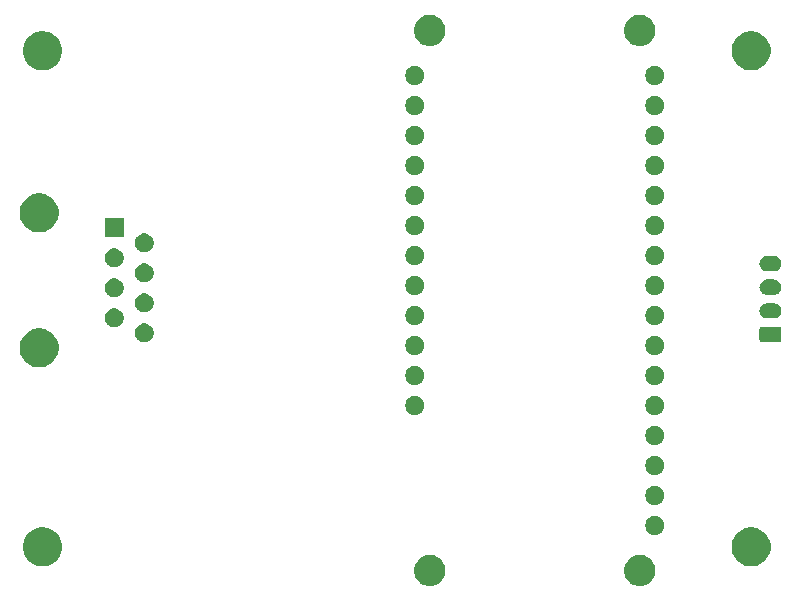
<source format=gbr>
G04 #@! TF.GenerationSoftware,KiCad,Pcbnew,(5.1.5)-3*
G04 #@! TF.CreationDate,2020-05-19T22:12:29-06:00*
G04 #@! TF.ProjectId,GarageDoorOpener,47617261-6765-4446-9f6f-724f70656e65,1b*
G04 #@! TF.SameCoordinates,Original*
G04 #@! TF.FileFunction,Soldermask,Bot*
G04 #@! TF.FilePolarity,Negative*
%FSLAX46Y46*%
G04 Gerber Fmt 4.6, Leading zero omitted, Abs format (unit mm)*
G04 Created by KiCad (PCBNEW (5.1.5)-3) date 2020-05-19 22:12:29*
%MOMM*%
%LPD*%
G04 APERTURE LIST*
%ADD10C,0.100000*%
G04 APERTURE END LIST*
D10*
G36*
X153826114Y-115087182D02*
G01*
X153953722Y-115112565D01*
X154073169Y-115162042D01*
X154194127Y-115212144D01*
X154194128Y-115212145D01*
X154410489Y-115356712D01*
X154594488Y-115540711D01*
X154675808Y-115662416D01*
X154739056Y-115757073D01*
X154774688Y-115843097D01*
X154838635Y-115997478D01*
X154889400Y-116252693D01*
X154889400Y-116512907D01*
X154838635Y-116768122D01*
X154780303Y-116908948D01*
X154739056Y-117008527D01*
X154739055Y-117008528D01*
X154594488Y-117224889D01*
X154410489Y-117408888D01*
X154265921Y-117505485D01*
X154194127Y-117553456D01*
X154094548Y-117594703D01*
X153953722Y-117653035D01*
X153826114Y-117678418D01*
X153698509Y-117703800D01*
X153438291Y-117703800D01*
X153310686Y-117678418D01*
X153183078Y-117653035D01*
X153042252Y-117594703D01*
X152942673Y-117553456D01*
X152870879Y-117505485D01*
X152726311Y-117408888D01*
X152542312Y-117224889D01*
X152397745Y-117008528D01*
X152397744Y-117008527D01*
X152356497Y-116908948D01*
X152298165Y-116768122D01*
X152247400Y-116512907D01*
X152247400Y-116252693D01*
X152298165Y-115997478D01*
X152362112Y-115843097D01*
X152397744Y-115757073D01*
X152460992Y-115662416D01*
X152542312Y-115540711D01*
X152726311Y-115356712D01*
X152942672Y-115212145D01*
X152942673Y-115212144D01*
X153063631Y-115162042D01*
X153183078Y-115112565D01*
X153310686Y-115087182D01*
X153438291Y-115061800D01*
X153698509Y-115061800D01*
X153826114Y-115087182D01*
G37*
G36*
X136046114Y-115087182D02*
G01*
X136173722Y-115112565D01*
X136293169Y-115162042D01*
X136414127Y-115212144D01*
X136414128Y-115212145D01*
X136630489Y-115356712D01*
X136814488Y-115540711D01*
X136895808Y-115662416D01*
X136959056Y-115757073D01*
X136994688Y-115843097D01*
X137058635Y-115997478D01*
X137109400Y-116252693D01*
X137109400Y-116512907D01*
X137058635Y-116768122D01*
X137000303Y-116908948D01*
X136959056Y-117008527D01*
X136959055Y-117008528D01*
X136814488Y-117224889D01*
X136630489Y-117408888D01*
X136485921Y-117505485D01*
X136414127Y-117553456D01*
X136314548Y-117594703D01*
X136173722Y-117653035D01*
X136046114Y-117678418D01*
X135918509Y-117703800D01*
X135658291Y-117703800D01*
X135530686Y-117678418D01*
X135403078Y-117653035D01*
X135262252Y-117594703D01*
X135162673Y-117553456D01*
X135090879Y-117505485D01*
X134946311Y-117408888D01*
X134762312Y-117224889D01*
X134617745Y-117008528D01*
X134617744Y-117008527D01*
X134576497Y-116908948D01*
X134518165Y-116768122D01*
X134467400Y-116512907D01*
X134467400Y-116252693D01*
X134518165Y-115997478D01*
X134582112Y-115843097D01*
X134617744Y-115757073D01*
X134680992Y-115662416D01*
X134762312Y-115540711D01*
X134946311Y-115356712D01*
X135162672Y-115212145D01*
X135162673Y-115212144D01*
X135283631Y-115162042D01*
X135403078Y-115112565D01*
X135530686Y-115087182D01*
X135658291Y-115061800D01*
X135918509Y-115061800D01*
X136046114Y-115087182D01*
G37*
G36*
X103375256Y-112771298D02*
G01*
X103481579Y-112792447D01*
X103782042Y-112916903D01*
X104052451Y-113097585D01*
X104282415Y-113327549D01*
X104463097Y-113597958D01*
X104587553Y-113898421D01*
X104651000Y-114217391D01*
X104651000Y-114542609D01*
X104587553Y-114861579D01*
X104463097Y-115162042D01*
X104282415Y-115432451D01*
X104052451Y-115662415D01*
X103782042Y-115843097D01*
X103481579Y-115967553D01*
X103375256Y-115988702D01*
X103162611Y-116031000D01*
X102837389Y-116031000D01*
X102624744Y-115988702D01*
X102518421Y-115967553D01*
X102217958Y-115843097D01*
X101947549Y-115662415D01*
X101717585Y-115432451D01*
X101536903Y-115162042D01*
X101412447Y-114861579D01*
X101349000Y-114542609D01*
X101349000Y-114217391D01*
X101412447Y-113898421D01*
X101536903Y-113597958D01*
X101717585Y-113327549D01*
X101947549Y-113097585D01*
X102217958Y-112916903D01*
X102518421Y-112792447D01*
X102624744Y-112771298D01*
X102837389Y-112729000D01*
X103162611Y-112729000D01*
X103375256Y-112771298D01*
G37*
G36*
X163375256Y-112771298D02*
G01*
X163481579Y-112792447D01*
X163782042Y-112916903D01*
X164052451Y-113097585D01*
X164282415Y-113327549D01*
X164463097Y-113597958D01*
X164587553Y-113898421D01*
X164651000Y-114217391D01*
X164651000Y-114542609D01*
X164587553Y-114861579D01*
X164463097Y-115162042D01*
X164282415Y-115432451D01*
X164052451Y-115662415D01*
X163782042Y-115843097D01*
X163481579Y-115967553D01*
X163375256Y-115988702D01*
X163162611Y-116031000D01*
X162837389Y-116031000D01*
X162624744Y-115988702D01*
X162518421Y-115967553D01*
X162217958Y-115843097D01*
X161947549Y-115662415D01*
X161717585Y-115432451D01*
X161536903Y-115162042D01*
X161412447Y-114861579D01*
X161349000Y-114542609D01*
X161349000Y-114217391D01*
X161412447Y-113898421D01*
X161536903Y-113597958D01*
X161717585Y-113327549D01*
X161947549Y-113097585D01*
X162217958Y-112916903D01*
X162518421Y-112792447D01*
X162624744Y-112771298D01*
X162837389Y-112729000D01*
X163162611Y-112729000D01*
X163375256Y-112771298D01*
G37*
G36*
X155072042Y-111802581D02*
G01*
X155217814Y-111862962D01*
X155217816Y-111862963D01*
X155349008Y-111950622D01*
X155460578Y-112062192D01*
X155548237Y-112193384D01*
X155548238Y-112193386D01*
X155608619Y-112339158D01*
X155639400Y-112493907D01*
X155639400Y-112651693D01*
X155608619Y-112806442D01*
X155562865Y-112916902D01*
X155548237Y-112952216D01*
X155460578Y-113083408D01*
X155349008Y-113194978D01*
X155217816Y-113282637D01*
X155217815Y-113282638D01*
X155217814Y-113282638D01*
X155072042Y-113343019D01*
X154917293Y-113373800D01*
X154759507Y-113373800D01*
X154604758Y-113343019D01*
X154458986Y-113282638D01*
X154458985Y-113282638D01*
X154458984Y-113282637D01*
X154327792Y-113194978D01*
X154216222Y-113083408D01*
X154128563Y-112952216D01*
X154113935Y-112916902D01*
X154068181Y-112806442D01*
X154037400Y-112651693D01*
X154037400Y-112493907D01*
X154068181Y-112339158D01*
X154128562Y-112193386D01*
X154128563Y-112193384D01*
X154216222Y-112062192D01*
X154327792Y-111950622D01*
X154458984Y-111862963D01*
X154458986Y-111862962D01*
X154604758Y-111802581D01*
X154759507Y-111771800D01*
X154917293Y-111771800D01*
X155072042Y-111802581D01*
G37*
G36*
X155072042Y-109262581D02*
G01*
X155217814Y-109322962D01*
X155217816Y-109322963D01*
X155349008Y-109410622D01*
X155460578Y-109522192D01*
X155548237Y-109653384D01*
X155548238Y-109653386D01*
X155608619Y-109799158D01*
X155639400Y-109953907D01*
X155639400Y-110111693D01*
X155608619Y-110266442D01*
X155548238Y-110412214D01*
X155548237Y-110412216D01*
X155460578Y-110543408D01*
X155349008Y-110654978D01*
X155217816Y-110742637D01*
X155217815Y-110742638D01*
X155217814Y-110742638D01*
X155072042Y-110803019D01*
X154917293Y-110833800D01*
X154759507Y-110833800D01*
X154604758Y-110803019D01*
X154458986Y-110742638D01*
X154458985Y-110742638D01*
X154458984Y-110742637D01*
X154327792Y-110654978D01*
X154216222Y-110543408D01*
X154128563Y-110412216D01*
X154128562Y-110412214D01*
X154068181Y-110266442D01*
X154037400Y-110111693D01*
X154037400Y-109953907D01*
X154068181Y-109799158D01*
X154128562Y-109653386D01*
X154128563Y-109653384D01*
X154216222Y-109522192D01*
X154327792Y-109410622D01*
X154458984Y-109322963D01*
X154458986Y-109322962D01*
X154604758Y-109262581D01*
X154759507Y-109231800D01*
X154917293Y-109231800D01*
X155072042Y-109262581D01*
G37*
G36*
X155072042Y-106722581D02*
G01*
X155217814Y-106782962D01*
X155217816Y-106782963D01*
X155349008Y-106870622D01*
X155460578Y-106982192D01*
X155548237Y-107113384D01*
X155548238Y-107113386D01*
X155608619Y-107259158D01*
X155639400Y-107413907D01*
X155639400Y-107571693D01*
X155608619Y-107726442D01*
X155548238Y-107872214D01*
X155548237Y-107872216D01*
X155460578Y-108003408D01*
X155349008Y-108114978D01*
X155217816Y-108202637D01*
X155217815Y-108202638D01*
X155217814Y-108202638D01*
X155072042Y-108263019D01*
X154917293Y-108293800D01*
X154759507Y-108293800D01*
X154604758Y-108263019D01*
X154458986Y-108202638D01*
X154458985Y-108202638D01*
X154458984Y-108202637D01*
X154327792Y-108114978D01*
X154216222Y-108003408D01*
X154128563Y-107872216D01*
X154128562Y-107872214D01*
X154068181Y-107726442D01*
X154037400Y-107571693D01*
X154037400Y-107413907D01*
X154068181Y-107259158D01*
X154128562Y-107113386D01*
X154128563Y-107113384D01*
X154216222Y-106982192D01*
X154327792Y-106870622D01*
X154458984Y-106782963D01*
X154458986Y-106782962D01*
X154604758Y-106722581D01*
X154759507Y-106691800D01*
X154917293Y-106691800D01*
X155072042Y-106722581D01*
G37*
G36*
X155072042Y-104182581D02*
G01*
X155217814Y-104242962D01*
X155217816Y-104242963D01*
X155349008Y-104330622D01*
X155460578Y-104442192D01*
X155548237Y-104573384D01*
X155548238Y-104573386D01*
X155608619Y-104719158D01*
X155639400Y-104873907D01*
X155639400Y-105031693D01*
X155608619Y-105186442D01*
X155548238Y-105332214D01*
X155548237Y-105332216D01*
X155460578Y-105463408D01*
X155349008Y-105574978D01*
X155217816Y-105662637D01*
X155217815Y-105662638D01*
X155217814Y-105662638D01*
X155072042Y-105723019D01*
X154917293Y-105753800D01*
X154759507Y-105753800D01*
X154604758Y-105723019D01*
X154458986Y-105662638D01*
X154458985Y-105662638D01*
X154458984Y-105662637D01*
X154327792Y-105574978D01*
X154216222Y-105463408D01*
X154128563Y-105332216D01*
X154128562Y-105332214D01*
X154068181Y-105186442D01*
X154037400Y-105031693D01*
X154037400Y-104873907D01*
X154068181Y-104719158D01*
X154128562Y-104573386D01*
X154128563Y-104573384D01*
X154216222Y-104442192D01*
X154327792Y-104330622D01*
X154458984Y-104242963D01*
X154458986Y-104242962D01*
X154604758Y-104182581D01*
X154759507Y-104151800D01*
X154917293Y-104151800D01*
X155072042Y-104182581D01*
G37*
G36*
X155072042Y-101642581D02*
G01*
X155217814Y-101702962D01*
X155217816Y-101702963D01*
X155349008Y-101790622D01*
X155460578Y-101902192D01*
X155548237Y-102033384D01*
X155548238Y-102033386D01*
X155608619Y-102179158D01*
X155639400Y-102333907D01*
X155639400Y-102491693D01*
X155608619Y-102646442D01*
X155548238Y-102792214D01*
X155548237Y-102792216D01*
X155460578Y-102923408D01*
X155349008Y-103034978D01*
X155217816Y-103122637D01*
X155217815Y-103122638D01*
X155217814Y-103122638D01*
X155072042Y-103183019D01*
X154917293Y-103213800D01*
X154759507Y-103213800D01*
X154604758Y-103183019D01*
X154458986Y-103122638D01*
X154458985Y-103122638D01*
X154458984Y-103122637D01*
X154327792Y-103034978D01*
X154216222Y-102923408D01*
X154128563Y-102792216D01*
X154128562Y-102792214D01*
X154068181Y-102646442D01*
X154037400Y-102491693D01*
X154037400Y-102333907D01*
X154068181Y-102179158D01*
X154128562Y-102033386D01*
X154128563Y-102033384D01*
X154216222Y-101902192D01*
X154327792Y-101790622D01*
X154458984Y-101702963D01*
X154458986Y-101702962D01*
X154604758Y-101642581D01*
X154759507Y-101611800D01*
X154917293Y-101611800D01*
X155072042Y-101642581D01*
G37*
G36*
X134752042Y-101642581D02*
G01*
X134897814Y-101702962D01*
X134897816Y-101702963D01*
X135029008Y-101790622D01*
X135140578Y-101902192D01*
X135228237Y-102033384D01*
X135228238Y-102033386D01*
X135288619Y-102179158D01*
X135319400Y-102333907D01*
X135319400Y-102491693D01*
X135288619Y-102646442D01*
X135228238Y-102792214D01*
X135228237Y-102792216D01*
X135140578Y-102923408D01*
X135029008Y-103034978D01*
X134897816Y-103122637D01*
X134897815Y-103122638D01*
X134897814Y-103122638D01*
X134752042Y-103183019D01*
X134597293Y-103213800D01*
X134439507Y-103213800D01*
X134284758Y-103183019D01*
X134138986Y-103122638D01*
X134138985Y-103122638D01*
X134138984Y-103122637D01*
X134007792Y-103034978D01*
X133896222Y-102923408D01*
X133808563Y-102792216D01*
X133808562Y-102792214D01*
X133748181Y-102646442D01*
X133717400Y-102491693D01*
X133717400Y-102333907D01*
X133748181Y-102179158D01*
X133808562Y-102033386D01*
X133808563Y-102033384D01*
X133896222Y-101902192D01*
X134007792Y-101790622D01*
X134138984Y-101702963D01*
X134138986Y-101702962D01*
X134284758Y-101642581D01*
X134439507Y-101611800D01*
X134597293Y-101611800D01*
X134752042Y-101642581D01*
G37*
G36*
X155072042Y-99102581D02*
G01*
X155217814Y-99162962D01*
X155217816Y-99162963D01*
X155349008Y-99250622D01*
X155460578Y-99362192D01*
X155548237Y-99493384D01*
X155548238Y-99493386D01*
X155608619Y-99639158D01*
X155639400Y-99793907D01*
X155639400Y-99951693D01*
X155608619Y-100106442D01*
X155548238Y-100252214D01*
X155548237Y-100252216D01*
X155460578Y-100383408D01*
X155349008Y-100494978D01*
X155217816Y-100582637D01*
X155217815Y-100582638D01*
X155217814Y-100582638D01*
X155072042Y-100643019D01*
X154917293Y-100673800D01*
X154759507Y-100673800D01*
X154604758Y-100643019D01*
X154458986Y-100582638D01*
X154458985Y-100582638D01*
X154458984Y-100582637D01*
X154327792Y-100494978D01*
X154216222Y-100383408D01*
X154128563Y-100252216D01*
X154128562Y-100252214D01*
X154068181Y-100106442D01*
X154037400Y-99951693D01*
X154037400Y-99793907D01*
X154068181Y-99639158D01*
X154128562Y-99493386D01*
X154128563Y-99493384D01*
X154216222Y-99362192D01*
X154327792Y-99250622D01*
X154458984Y-99162963D01*
X154458986Y-99162962D01*
X154604758Y-99102581D01*
X154759507Y-99071800D01*
X154917293Y-99071800D01*
X155072042Y-99102581D01*
G37*
G36*
X134752042Y-99102581D02*
G01*
X134897814Y-99162962D01*
X134897816Y-99162963D01*
X135029008Y-99250622D01*
X135140578Y-99362192D01*
X135228237Y-99493384D01*
X135228238Y-99493386D01*
X135288619Y-99639158D01*
X135319400Y-99793907D01*
X135319400Y-99951693D01*
X135288619Y-100106442D01*
X135228238Y-100252214D01*
X135228237Y-100252216D01*
X135140578Y-100383408D01*
X135029008Y-100494978D01*
X134897816Y-100582637D01*
X134897815Y-100582638D01*
X134897814Y-100582638D01*
X134752042Y-100643019D01*
X134597293Y-100673800D01*
X134439507Y-100673800D01*
X134284758Y-100643019D01*
X134138986Y-100582638D01*
X134138985Y-100582638D01*
X134138984Y-100582637D01*
X134007792Y-100494978D01*
X133896222Y-100383408D01*
X133808563Y-100252216D01*
X133808562Y-100252214D01*
X133748181Y-100106442D01*
X133717400Y-99951693D01*
X133717400Y-99793907D01*
X133748181Y-99639158D01*
X133808562Y-99493386D01*
X133808563Y-99493384D01*
X133896222Y-99362192D01*
X134007792Y-99250622D01*
X134138984Y-99162963D01*
X134138986Y-99162962D01*
X134284758Y-99102581D01*
X134439507Y-99071800D01*
X134597293Y-99071800D01*
X134752042Y-99102581D01*
G37*
G36*
X103105256Y-95931298D02*
G01*
X103211579Y-95952447D01*
X103512042Y-96076903D01*
X103782451Y-96257585D01*
X104012415Y-96487549D01*
X104102895Y-96622962D01*
X104193098Y-96757960D01*
X104202479Y-96780607D01*
X104311580Y-97044000D01*
X104317553Y-97058422D01*
X104381000Y-97377389D01*
X104381000Y-97702611D01*
X104338702Y-97915256D01*
X104317553Y-98021579D01*
X104193097Y-98322042D01*
X104012415Y-98592451D01*
X103782451Y-98822415D01*
X103512042Y-99003097D01*
X103211579Y-99127553D01*
X103105256Y-99148702D01*
X102892611Y-99191000D01*
X102567389Y-99191000D01*
X102354744Y-99148702D01*
X102248421Y-99127553D01*
X101947958Y-99003097D01*
X101677549Y-98822415D01*
X101447585Y-98592451D01*
X101266903Y-98322042D01*
X101142447Y-98021579D01*
X101121298Y-97915256D01*
X101079000Y-97702611D01*
X101079000Y-97377389D01*
X101142447Y-97058422D01*
X101148421Y-97044000D01*
X101257521Y-96780607D01*
X101266902Y-96757960D01*
X101357105Y-96622962D01*
X101447585Y-96487549D01*
X101677549Y-96257585D01*
X101947958Y-96076903D01*
X102248421Y-95952447D01*
X102354744Y-95931298D01*
X102567389Y-95889000D01*
X102892611Y-95889000D01*
X103105256Y-95931298D01*
G37*
G36*
X155072042Y-96562581D02*
G01*
X155217814Y-96622962D01*
X155217816Y-96622963D01*
X155349008Y-96710622D01*
X155460578Y-96822192D01*
X155526824Y-96921337D01*
X155548238Y-96953386D01*
X155608619Y-97099158D01*
X155639400Y-97253907D01*
X155639400Y-97411693D01*
X155608619Y-97566442D01*
X155552216Y-97702611D01*
X155548237Y-97712216D01*
X155460578Y-97843408D01*
X155349008Y-97954978D01*
X155217816Y-98042637D01*
X155217815Y-98042638D01*
X155217814Y-98042638D01*
X155072042Y-98103019D01*
X154917293Y-98133800D01*
X154759507Y-98133800D01*
X154604758Y-98103019D01*
X154458986Y-98042638D01*
X154458985Y-98042638D01*
X154458984Y-98042637D01*
X154327792Y-97954978D01*
X154216222Y-97843408D01*
X154128563Y-97712216D01*
X154124584Y-97702611D01*
X154068181Y-97566442D01*
X154037400Y-97411693D01*
X154037400Y-97253907D01*
X154068181Y-97099158D01*
X154128562Y-96953386D01*
X154149976Y-96921337D01*
X154216222Y-96822192D01*
X154327792Y-96710622D01*
X154458984Y-96622963D01*
X154458986Y-96622962D01*
X154604758Y-96562581D01*
X154759507Y-96531800D01*
X154917293Y-96531800D01*
X155072042Y-96562581D01*
G37*
G36*
X134752042Y-96562581D02*
G01*
X134897814Y-96622962D01*
X134897816Y-96622963D01*
X135029008Y-96710622D01*
X135140578Y-96822192D01*
X135206824Y-96921337D01*
X135228238Y-96953386D01*
X135288619Y-97099158D01*
X135319400Y-97253907D01*
X135319400Y-97411693D01*
X135288619Y-97566442D01*
X135232216Y-97702611D01*
X135228237Y-97712216D01*
X135140578Y-97843408D01*
X135029008Y-97954978D01*
X134897816Y-98042637D01*
X134897815Y-98042638D01*
X134897814Y-98042638D01*
X134752042Y-98103019D01*
X134597293Y-98133800D01*
X134439507Y-98133800D01*
X134284758Y-98103019D01*
X134138986Y-98042638D01*
X134138985Y-98042638D01*
X134138984Y-98042637D01*
X134007792Y-97954978D01*
X133896222Y-97843408D01*
X133808563Y-97712216D01*
X133804584Y-97702611D01*
X133748181Y-97566442D01*
X133717400Y-97411693D01*
X133717400Y-97253907D01*
X133748181Y-97099158D01*
X133808562Y-96953386D01*
X133829976Y-96921337D01*
X133896222Y-96822192D01*
X134007792Y-96710622D01*
X134138984Y-96622963D01*
X134138986Y-96622962D01*
X134284758Y-96562581D01*
X134439507Y-96531800D01*
X134597293Y-96531800D01*
X134752042Y-96562581D01*
G37*
G36*
X111853642Y-95499781D02*
G01*
X111999414Y-95560162D01*
X111999416Y-95560163D01*
X112130608Y-95647822D01*
X112242178Y-95759392D01*
X112329837Y-95890584D01*
X112329838Y-95890586D01*
X112390219Y-96036358D01*
X112421000Y-96191107D01*
X112421000Y-96348893D01*
X112390219Y-96503642D01*
X112365805Y-96562582D01*
X112329837Y-96649416D01*
X112242178Y-96780608D01*
X112130608Y-96892178D01*
X111999416Y-96979837D01*
X111999415Y-96979838D01*
X111999414Y-96979838D01*
X111853642Y-97040219D01*
X111698893Y-97071000D01*
X111541107Y-97071000D01*
X111386358Y-97040219D01*
X111240586Y-96979838D01*
X111240585Y-96979838D01*
X111240584Y-96979837D01*
X111109392Y-96892178D01*
X110997822Y-96780608D01*
X110910163Y-96649416D01*
X110874195Y-96562582D01*
X110849781Y-96503642D01*
X110819000Y-96348893D01*
X110819000Y-96191107D01*
X110849781Y-96036358D01*
X110910162Y-95890586D01*
X110910163Y-95890584D01*
X110997822Y-95759392D01*
X111109392Y-95647822D01*
X111240584Y-95560163D01*
X111240586Y-95560162D01*
X111386358Y-95499781D01*
X111541107Y-95469000D01*
X111698893Y-95469000D01*
X111853642Y-95499781D01*
G37*
G36*
X165409042Y-95746404D02*
G01*
X165446137Y-95757657D01*
X165480315Y-95775925D01*
X165510281Y-95800519D01*
X165534875Y-95830485D01*
X165553143Y-95864663D01*
X165564396Y-95901758D01*
X165568800Y-95946474D01*
X165568800Y-96839526D01*
X165564396Y-96884242D01*
X165553143Y-96921337D01*
X165534875Y-96955515D01*
X165510281Y-96985481D01*
X165480315Y-97010075D01*
X165446137Y-97028343D01*
X165409042Y-97039596D01*
X165364326Y-97044000D01*
X163921274Y-97044000D01*
X163876558Y-97039596D01*
X163839463Y-97028343D01*
X163805285Y-97010075D01*
X163775319Y-96985481D01*
X163750725Y-96955515D01*
X163732457Y-96921337D01*
X163721204Y-96884242D01*
X163716800Y-96839526D01*
X163716800Y-95946474D01*
X163721204Y-95901758D01*
X163732457Y-95864663D01*
X163750725Y-95830485D01*
X163775319Y-95800519D01*
X163805285Y-95775925D01*
X163839463Y-95757657D01*
X163876558Y-95746404D01*
X163921274Y-95742000D01*
X165364326Y-95742000D01*
X165409042Y-95746404D01*
G37*
G36*
X109313642Y-94229781D02*
G01*
X109440175Y-94282193D01*
X109459416Y-94290163D01*
X109590608Y-94377822D01*
X109702178Y-94489392D01*
X109789837Y-94620584D01*
X109789838Y-94620586D01*
X109850219Y-94766358D01*
X109881000Y-94921107D01*
X109881000Y-95078893D01*
X109850219Y-95233642D01*
X109789838Y-95379414D01*
X109789837Y-95379416D01*
X109702178Y-95510608D01*
X109590608Y-95622178D01*
X109459416Y-95709837D01*
X109459415Y-95709838D01*
X109459414Y-95709838D01*
X109313642Y-95770219D01*
X109158893Y-95801000D01*
X109001107Y-95801000D01*
X108846358Y-95770219D01*
X108700586Y-95709838D01*
X108700585Y-95709838D01*
X108700584Y-95709837D01*
X108569392Y-95622178D01*
X108457822Y-95510608D01*
X108370163Y-95379416D01*
X108370162Y-95379414D01*
X108309781Y-95233642D01*
X108279000Y-95078893D01*
X108279000Y-94921107D01*
X108309781Y-94766358D01*
X108370162Y-94620586D01*
X108370163Y-94620584D01*
X108457822Y-94489392D01*
X108569392Y-94377822D01*
X108700584Y-94290163D01*
X108719825Y-94282193D01*
X108846358Y-94229781D01*
X109001107Y-94199000D01*
X109158893Y-94199000D01*
X109313642Y-94229781D01*
G37*
G36*
X155072042Y-94022581D02*
G01*
X155217814Y-94082962D01*
X155217816Y-94082963D01*
X155349008Y-94170622D01*
X155460578Y-94282192D01*
X155524475Y-94377822D01*
X155548238Y-94413386D01*
X155608619Y-94559158D01*
X155639400Y-94713907D01*
X155639400Y-94871693D01*
X155608619Y-95026442D01*
X155605248Y-95034580D01*
X155548237Y-95172216D01*
X155460578Y-95303408D01*
X155349008Y-95414978D01*
X155217816Y-95502637D01*
X155217815Y-95502638D01*
X155217814Y-95502638D01*
X155072042Y-95563019D01*
X154917293Y-95593800D01*
X154759507Y-95593800D01*
X154604758Y-95563019D01*
X154458986Y-95502638D01*
X154458985Y-95502638D01*
X154458984Y-95502637D01*
X154327792Y-95414978D01*
X154216222Y-95303408D01*
X154128563Y-95172216D01*
X154071552Y-95034580D01*
X154068181Y-95026442D01*
X154037400Y-94871693D01*
X154037400Y-94713907D01*
X154068181Y-94559158D01*
X154128562Y-94413386D01*
X154152325Y-94377822D01*
X154216222Y-94282192D01*
X154327792Y-94170622D01*
X154458984Y-94082963D01*
X154458986Y-94082962D01*
X154604758Y-94022581D01*
X154759507Y-93991800D01*
X154917293Y-93991800D01*
X155072042Y-94022581D01*
G37*
G36*
X134752042Y-94022581D02*
G01*
X134897814Y-94082962D01*
X134897816Y-94082963D01*
X135029008Y-94170622D01*
X135140578Y-94282192D01*
X135204475Y-94377822D01*
X135228238Y-94413386D01*
X135288619Y-94559158D01*
X135319400Y-94713907D01*
X135319400Y-94871693D01*
X135288619Y-95026442D01*
X135285248Y-95034580D01*
X135228237Y-95172216D01*
X135140578Y-95303408D01*
X135029008Y-95414978D01*
X134897816Y-95502637D01*
X134897815Y-95502638D01*
X134897814Y-95502638D01*
X134752042Y-95563019D01*
X134597293Y-95593800D01*
X134439507Y-95593800D01*
X134284758Y-95563019D01*
X134138986Y-95502638D01*
X134138985Y-95502638D01*
X134138984Y-95502637D01*
X134007792Y-95414978D01*
X133896222Y-95303408D01*
X133808563Y-95172216D01*
X133751552Y-95034580D01*
X133748181Y-95026442D01*
X133717400Y-94871693D01*
X133717400Y-94713907D01*
X133748181Y-94559158D01*
X133808562Y-94413386D01*
X133832325Y-94377822D01*
X133896222Y-94282192D01*
X134007792Y-94170622D01*
X134138984Y-94082963D01*
X134138986Y-94082962D01*
X134284758Y-94022581D01*
X134439507Y-93991800D01*
X134597293Y-93991800D01*
X134752042Y-94022581D01*
G37*
G36*
X164981655Y-93745140D02*
G01*
X165045418Y-93751420D01*
X165136204Y-93778960D01*
X165168136Y-93788646D01*
X165281225Y-93849094D01*
X165380354Y-93930446D01*
X165461706Y-94029575D01*
X165522154Y-94142664D01*
X165522155Y-94142668D01*
X165559380Y-94265382D01*
X165571949Y-94393000D01*
X165559380Y-94520618D01*
X165547689Y-94559157D01*
X165522154Y-94643336D01*
X165461706Y-94756425D01*
X165380354Y-94855554D01*
X165281225Y-94936906D01*
X165168136Y-94997354D01*
X165136204Y-95007040D01*
X165045418Y-95034580D01*
X164981655Y-95040860D01*
X164949774Y-95044000D01*
X164335826Y-95044000D01*
X164303945Y-95040860D01*
X164240182Y-95034580D01*
X164149396Y-95007040D01*
X164117464Y-94997354D01*
X164004375Y-94936906D01*
X163905246Y-94855554D01*
X163823894Y-94756425D01*
X163763446Y-94643336D01*
X163737911Y-94559157D01*
X163726220Y-94520618D01*
X163713651Y-94393000D01*
X163726220Y-94265382D01*
X163763445Y-94142668D01*
X163763446Y-94142664D01*
X163823894Y-94029575D01*
X163905246Y-93930446D01*
X164004375Y-93849094D01*
X164117464Y-93788646D01*
X164149396Y-93778960D01*
X164240182Y-93751420D01*
X164303945Y-93745140D01*
X164335826Y-93742000D01*
X164949774Y-93742000D01*
X164981655Y-93745140D01*
G37*
G36*
X111853642Y-92959781D02*
G01*
X111999414Y-93020162D01*
X111999416Y-93020163D01*
X112130608Y-93107822D01*
X112242178Y-93219392D01*
X112249412Y-93230219D01*
X112329838Y-93350586D01*
X112390219Y-93496358D01*
X112421000Y-93651107D01*
X112421000Y-93808893D01*
X112390219Y-93963642D01*
X112340795Y-94082962D01*
X112329837Y-94109416D01*
X112242178Y-94240608D01*
X112130608Y-94352178D01*
X111999416Y-94439837D01*
X111999415Y-94439838D01*
X111999414Y-94439838D01*
X111853642Y-94500219D01*
X111698893Y-94531000D01*
X111541107Y-94531000D01*
X111386358Y-94500219D01*
X111240586Y-94439838D01*
X111240585Y-94439838D01*
X111240584Y-94439837D01*
X111109392Y-94352178D01*
X110997822Y-94240608D01*
X110910163Y-94109416D01*
X110899205Y-94082962D01*
X110849781Y-93963642D01*
X110819000Y-93808893D01*
X110819000Y-93651107D01*
X110849781Y-93496358D01*
X110910162Y-93350586D01*
X110990588Y-93230219D01*
X110997822Y-93219392D01*
X111109392Y-93107822D01*
X111240584Y-93020163D01*
X111240586Y-93020162D01*
X111386358Y-92959781D01*
X111541107Y-92929000D01*
X111698893Y-92929000D01*
X111853642Y-92959781D01*
G37*
G36*
X109313642Y-91689781D02*
G01*
X109440175Y-91742193D01*
X109459416Y-91750163D01*
X109590608Y-91837822D01*
X109702178Y-91949392D01*
X109755753Y-92029574D01*
X109789838Y-92080586D01*
X109850219Y-92226358D01*
X109881000Y-92381107D01*
X109881000Y-92538893D01*
X109850219Y-92693642D01*
X109789838Y-92839414D01*
X109789837Y-92839416D01*
X109702178Y-92970608D01*
X109590608Y-93082178D01*
X109459416Y-93169837D01*
X109459415Y-93169838D01*
X109459414Y-93169838D01*
X109313642Y-93230219D01*
X109158893Y-93261000D01*
X109001107Y-93261000D01*
X108846358Y-93230219D01*
X108700586Y-93169838D01*
X108700585Y-93169838D01*
X108700584Y-93169837D01*
X108569392Y-93082178D01*
X108457822Y-92970608D01*
X108370163Y-92839416D01*
X108370162Y-92839414D01*
X108309781Y-92693642D01*
X108279000Y-92538893D01*
X108279000Y-92381107D01*
X108309781Y-92226358D01*
X108370162Y-92080586D01*
X108404247Y-92029574D01*
X108457822Y-91949392D01*
X108569392Y-91837822D01*
X108700584Y-91750163D01*
X108719825Y-91742193D01*
X108846358Y-91689781D01*
X109001107Y-91659000D01*
X109158893Y-91659000D01*
X109313642Y-91689781D01*
G37*
G36*
X155072042Y-91482581D02*
G01*
X155217814Y-91542962D01*
X155217816Y-91542963D01*
X155349008Y-91630622D01*
X155460578Y-91742192D01*
X155548237Y-91873384D01*
X155548238Y-91873386D01*
X155608619Y-92019158D01*
X155639400Y-92173907D01*
X155639400Y-92331693D01*
X155608619Y-92486442D01*
X155586893Y-92538892D01*
X155548237Y-92632216D01*
X155460578Y-92763408D01*
X155349008Y-92874978D01*
X155217816Y-92962637D01*
X155217815Y-92962638D01*
X155217814Y-92962638D01*
X155072042Y-93023019D01*
X154917293Y-93053800D01*
X154759507Y-93053800D01*
X154604758Y-93023019D01*
X154458986Y-92962638D01*
X154458985Y-92962638D01*
X154458984Y-92962637D01*
X154327792Y-92874978D01*
X154216222Y-92763408D01*
X154128563Y-92632216D01*
X154089907Y-92538892D01*
X154068181Y-92486442D01*
X154037400Y-92331693D01*
X154037400Y-92173907D01*
X154068181Y-92019158D01*
X154128562Y-91873386D01*
X154128563Y-91873384D01*
X154216222Y-91742192D01*
X154327792Y-91630622D01*
X154458984Y-91542963D01*
X154458986Y-91542962D01*
X154604758Y-91482581D01*
X154759507Y-91451800D01*
X154917293Y-91451800D01*
X155072042Y-91482581D01*
G37*
G36*
X134752042Y-91482581D02*
G01*
X134897814Y-91542962D01*
X134897816Y-91542963D01*
X135029008Y-91630622D01*
X135140578Y-91742192D01*
X135228237Y-91873384D01*
X135228238Y-91873386D01*
X135288619Y-92019158D01*
X135319400Y-92173907D01*
X135319400Y-92331693D01*
X135288619Y-92486442D01*
X135266893Y-92538892D01*
X135228237Y-92632216D01*
X135140578Y-92763408D01*
X135029008Y-92874978D01*
X134897816Y-92962637D01*
X134897815Y-92962638D01*
X134897814Y-92962638D01*
X134752042Y-93023019D01*
X134597293Y-93053800D01*
X134439507Y-93053800D01*
X134284758Y-93023019D01*
X134138986Y-92962638D01*
X134138985Y-92962638D01*
X134138984Y-92962637D01*
X134007792Y-92874978D01*
X133896222Y-92763408D01*
X133808563Y-92632216D01*
X133769907Y-92538892D01*
X133748181Y-92486442D01*
X133717400Y-92331693D01*
X133717400Y-92173907D01*
X133748181Y-92019158D01*
X133808562Y-91873386D01*
X133808563Y-91873384D01*
X133896222Y-91742192D01*
X134007792Y-91630622D01*
X134138984Y-91542963D01*
X134138986Y-91542962D01*
X134284758Y-91482581D01*
X134439507Y-91451800D01*
X134597293Y-91451800D01*
X134752042Y-91482581D01*
G37*
G36*
X164981655Y-91745140D02*
G01*
X165045418Y-91751420D01*
X165136204Y-91778960D01*
X165168136Y-91788646D01*
X165281225Y-91849094D01*
X165380354Y-91930446D01*
X165461706Y-92029575D01*
X165522154Y-92142664D01*
X165522155Y-92142668D01*
X165559380Y-92265382D01*
X165571949Y-92393000D01*
X165559380Y-92520618D01*
X165553836Y-92538893D01*
X165522154Y-92643336D01*
X165461706Y-92756425D01*
X165380354Y-92855554D01*
X165281225Y-92936906D01*
X165168136Y-92997354D01*
X165136204Y-93007040D01*
X165045418Y-93034580D01*
X164981655Y-93040860D01*
X164949774Y-93044000D01*
X164335826Y-93044000D01*
X164303945Y-93040860D01*
X164240182Y-93034580D01*
X164149396Y-93007040D01*
X164117464Y-92997354D01*
X164004375Y-92936906D01*
X163905246Y-92855554D01*
X163823894Y-92756425D01*
X163763446Y-92643336D01*
X163731764Y-92538893D01*
X163726220Y-92520618D01*
X163713651Y-92393000D01*
X163726220Y-92265382D01*
X163763445Y-92142668D01*
X163763446Y-92142664D01*
X163823894Y-92029575D01*
X163905246Y-91930446D01*
X164004375Y-91849094D01*
X164117464Y-91788646D01*
X164149396Y-91778960D01*
X164240182Y-91751420D01*
X164303945Y-91745140D01*
X164335826Y-91742000D01*
X164949774Y-91742000D01*
X164981655Y-91745140D01*
G37*
G36*
X111853642Y-90419781D02*
G01*
X111999414Y-90480162D01*
X111999416Y-90480163D01*
X112130608Y-90567822D01*
X112242178Y-90679392D01*
X112249412Y-90690219D01*
X112329838Y-90810586D01*
X112390219Y-90956358D01*
X112421000Y-91111107D01*
X112421000Y-91268893D01*
X112390219Y-91423642D01*
X112365805Y-91482582D01*
X112329837Y-91569416D01*
X112242178Y-91700608D01*
X112130608Y-91812178D01*
X111999416Y-91899837D01*
X111999415Y-91899838D01*
X111999414Y-91899838D01*
X111853642Y-91960219D01*
X111698893Y-91991000D01*
X111541107Y-91991000D01*
X111386358Y-91960219D01*
X111240586Y-91899838D01*
X111240585Y-91899838D01*
X111240584Y-91899837D01*
X111109392Y-91812178D01*
X110997822Y-91700608D01*
X110910163Y-91569416D01*
X110874195Y-91482582D01*
X110849781Y-91423642D01*
X110819000Y-91268893D01*
X110819000Y-91111107D01*
X110849781Y-90956358D01*
X110910162Y-90810586D01*
X110990588Y-90690219D01*
X110997822Y-90679392D01*
X111109392Y-90567822D01*
X111240584Y-90480163D01*
X111240586Y-90480162D01*
X111386358Y-90419781D01*
X111541107Y-90389000D01*
X111698893Y-90389000D01*
X111853642Y-90419781D01*
G37*
G36*
X164981655Y-89745140D02*
G01*
X165045418Y-89751420D01*
X165136204Y-89778960D01*
X165168136Y-89788646D01*
X165281225Y-89849094D01*
X165380354Y-89930446D01*
X165461706Y-90029575D01*
X165522154Y-90142664D01*
X165522155Y-90142668D01*
X165559380Y-90265382D01*
X165571949Y-90393000D01*
X165559380Y-90520618D01*
X165531840Y-90611404D01*
X165522154Y-90643336D01*
X165461706Y-90756425D01*
X165380354Y-90855554D01*
X165281225Y-90936906D01*
X165168136Y-90997354D01*
X165136204Y-91007040D01*
X165045418Y-91034580D01*
X164981655Y-91040860D01*
X164949774Y-91044000D01*
X164335826Y-91044000D01*
X164303945Y-91040860D01*
X164240182Y-91034580D01*
X164149396Y-91007040D01*
X164117464Y-90997354D01*
X164004375Y-90936906D01*
X163905246Y-90855554D01*
X163823894Y-90756425D01*
X163763446Y-90643336D01*
X163753760Y-90611404D01*
X163726220Y-90520618D01*
X163713651Y-90393000D01*
X163726220Y-90265382D01*
X163763445Y-90142668D01*
X163763446Y-90142664D01*
X163823894Y-90029575D01*
X163905246Y-89930446D01*
X164004375Y-89849094D01*
X164117464Y-89788646D01*
X164149396Y-89778960D01*
X164240182Y-89751420D01*
X164303945Y-89745140D01*
X164335826Y-89742000D01*
X164949774Y-89742000D01*
X164981655Y-89745140D01*
G37*
G36*
X109313642Y-89149781D02*
G01*
X109440175Y-89202193D01*
X109459416Y-89210163D01*
X109590608Y-89297822D01*
X109702178Y-89409392D01*
X109789837Y-89540584D01*
X109789838Y-89540586D01*
X109850219Y-89686358D01*
X109881000Y-89841107D01*
X109881000Y-89998893D01*
X109850219Y-90153642D01*
X109789838Y-90299414D01*
X109789837Y-90299416D01*
X109702178Y-90430608D01*
X109590608Y-90542178D01*
X109459416Y-90629837D01*
X109459415Y-90629838D01*
X109459414Y-90629838D01*
X109313642Y-90690219D01*
X109158893Y-90721000D01*
X109001107Y-90721000D01*
X108846358Y-90690219D01*
X108700586Y-90629838D01*
X108700585Y-90629838D01*
X108700584Y-90629837D01*
X108569392Y-90542178D01*
X108457822Y-90430608D01*
X108370163Y-90299416D01*
X108370162Y-90299414D01*
X108309781Y-90153642D01*
X108279000Y-89998893D01*
X108279000Y-89841107D01*
X108309781Y-89686358D01*
X108370162Y-89540586D01*
X108370163Y-89540584D01*
X108457822Y-89409392D01*
X108569392Y-89297822D01*
X108700584Y-89210163D01*
X108719825Y-89202193D01*
X108846358Y-89149781D01*
X109001107Y-89119000D01*
X109158893Y-89119000D01*
X109313642Y-89149781D01*
G37*
G36*
X155072042Y-88942581D02*
G01*
X155217814Y-89002962D01*
X155217816Y-89002963D01*
X155349008Y-89090622D01*
X155460578Y-89202192D01*
X155524475Y-89297822D01*
X155548238Y-89333386D01*
X155608619Y-89479158D01*
X155639400Y-89633907D01*
X155639400Y-89791693D01*
X155608619Y-89946442D01*
X155586893Y-89998892D01*
X155548237Y-90092216D01*
X155460578Y-90223408D01*
X155349008Y-90334978D01*
X155217816Y-90422637D01*
X155217815Y-90422638D01*
X155217814Y-90422638D01*
X155072042Y-90483019D01*
X154917293Y-90513800D01*
X154759507Y-90513800D01*
X154604758Y-90483019D01*
X154458986Y-90422638D01*
X154458985Y-90422638D01*
X154458984Y-90422637D01*
X154327792Y-90334978D01*
X154216222Y-90223408D01*
X154128563Y-90092216D01*
X154089907Y-89998892D01*
X154068181Y-89946442D01*
X154037400Y-89791693D01*
X154037400Y-89633907D01*
X154068181Y-89479158D01*
X154128562Y-89333386D01*
X154152325Y-89297822D01*
X154216222Y-89202192D01*
X154327792Y-89090622D01*
X154458984Y-89002963D01*
X154458986Y-89002962D01*
X154604758Y-88942581D01*
X154759507Y-88911800D01*
X154917293Y-88911800D01*
X155072042Y-88942581D01*
G37*
G36*
X134752042Y-88942581D02*
G01*
X134897814Y-89002962D01*
X134897816Y-89002963D01*
X135029008Y-89090622D01*
X135140578Y-89202192D01*
X135204475Y-89297822D01*
X135228238Y-89333386D01*
X135288619Y-89479158D01*
X135319400Y-89633907D01*
X135319400Y-89791693D01*
X135288619Y-89946442D01*
X135266893Y-89998892D01*
X135228237Y-90092216D01*
X135140578Y-90223408D01*
X135029008Y-90334978D01*
X134897816Y-90422637D01*
X134897815Y-90422638D01*
X134897814Y-90422638D01*
X134752042Y-90483019D01*
X134597293Y-90513800D01*
X134439507Y-90513800D01*
X134284758Y-90483019D01*
X134138986Y-90422638D01*
X134138985Y-90422638D01*
X134138984Y-90422637D01*
X134007792Y-90334978D01*
X133896222Y-90223408D01*
X133808563Y-90092216D01*
X133769907Y-89998892D01*
X133748181Y-89946442D01*
X133717400Y-89791693D01*
X133717400Y-89633907D01*
X133748181Y-89479158D01*
X133808562Y-89333386D01*
X133832325Y-89297822D01*
X133896222Y-89202192D01*
X134007792Y-89090622D01*
X134138984Y-89002963D01*
X134138986Y-89002962D01*
X134284758Y-88942581D01*
X134439507Y-88911800D01*
X134597293Y-88911800D01*
X134752042Y-88942581D01*
G37*
G36*
X111853642Y-87879781D02*
G01*
X111999414Y-87940162D01*
X111999416Y-87940163D01*
X112130608Y-88027822D01*
X112242178Y-88139392D01*
X112269979Y-88181000D01*
X112329838Y-88270586D01*
X112390219Y-88416358D01*
X112421000Y-88571107D01*
X112421000Y-88728893D01*
X112390219Y-88883642D01*
X112365805Y-88942582D01*
X112329837Y-89029416D01*
X112242178Y-89160608D01*
X112130608Y-89272178D01*
X111999416Y-89359837D01*
X111999415Y-89359838D01*
X111999414Y-89359838D01*
X111853642Y-89420219D01*
X111698893Y-89451000D01*
X111541107Y-89451000D01*
X111386358Y-89420219D01*
X111240586Y-89359838D01*
X111240585Y-89359838D01*
X111240584Y-89359837D01*
X111109392Y-89272178D01*
X110997822Y-89160608D01*
X110910163Y-89029416D01*
X110874195Y-88942582D01*
X110849781Y-88883642D01*
X110819000Y-88728893D01*
X110819000Y-88571107D01*
X110849781Y-88416358D01*
X110910162Y-88270586D01*
X110970021Y-88181000D01*
X110997822Y-88139392D01*
X111109392Y-88027822D01*
X111240584Y-87940163D01*
X111240586Y-87940162D01*
X111386358Y-87879781D01*
X111541107Y-87849000D01*
X111698893Y-87849000D01*
X111853642Y-87879781D01*
G37*
G36*
X109881000Y-88181000D02*
G01*
X108279000Y-88181000D01*
X108279000Y-86579000D01*
X109881000Y-86579000D01*
X109881000Y-88181000D01*
G37*
G36*
X134752042Y-86402581D02*
G01*
X134897814Y-86462962D01*
X134897816Y-86462963D01*
X135029008Y-86550622D01*
X135140578Y-86662192D01*
X135228237Y-86793384D01*
X135228238Y-86793386D01*
X135288619Y-86939158D01*
X135319400Y-87093907D01*
X135319400Y-87251693D01*
X135288619Y-87406442D01*
X135228238Y-87552214D01*
X135228237Y-87552216D01*
X135140578Y-87683408D01*
X135029008Y-87794978D01*
X134897816Y-87882637D01*
X134897815Y-87882638D01*
X134897814Y-87882638D01*
X134752042Y-87943019D01*
X134597293Y-87973800D01*
X134439507Y-87973800D01*
X134284758Y-87943019D01*
X134138986Y-87882638D01*
X134138985Y-87882638D01*
X134138984Y-87882637D01*
X134007792Y-87794978D01*
X133896222Y-87683408D01*
X133808563Y-87552216D01*
X133808562Y-87552214D01*
X133748181Y-87406442D01*
X133717400Y-87251693D01*
X133717400Y-87093907D01*
X133748181Y-86939158D01*
X133808562Y-86793386D01*
X133808563Y-86793384D01*
X133896222Y-86662192D01*
X134007792Y-86550622D01*
X134138984Y-86462963D01*
X134138986Y-86462962D01*
X134284758Y-86402581D01*
X134439507Y-86371800D01*
X134597293Y-86371800D01*
X134752042Y-86402581D01*
G37*
G36*
X155072042Y-86402581D02*
G01*
X155217814Y-86462962D01*
X155217816Y-86462963D01*
X155349008Y-86550622D01*
X155460578Y-86662192D01*
X155548237Y-86793384D01*
X155548238Y-86793386D01*
X155608619Y-86939158D01*
X155639400Y-87093907D01*
X155639400Y-87251693D01*
X155608619Y-87406442D01*
X155548238Y-87552214D01*
X155548237Y-87552216D01*
X155460578Y-87683408D01*
X155349008Y-87794978D01*
X155217816Y-87882637D01*
X155217815Y-87882638D01*
X155217814Y-87882638D01*
X155072042Y-87943019D01*
X154917293Y-87973800D01*
X154759507Y-87973800D01*
X154604758Y-87943019D01*
X154458986Y-87882638D01*
X154458985Y-87882638D01*
X154458984Y-87882637D01*
X154327792Y-87794978D01*
X154216222Y-87683408D01*
X154128563Y-87552216D01*
X154128562Y-87552214D01*
X154068181Y-87406442D01*
X154037400Y-87251693D01*
X154037400Y-87093907D01*
X154068181Y-86939158D01*
X154128562Y-86793386D01*
X154128563Y-86793384D01*
X154216222Y-86662192D01*
X154327792Y-86550622D01*
X154458984Y-86462963D01*
X154458986Y-86462962D01*
X154604758Y-86402581D01*
X154759507Y-86371800D01*
X154917293Y-86371800D01*
X155072042Y-86402581D01*
G37*
G36*
X103105256Y-84501298D02*
G01*
X103211579Y-84522447D01*
X103512042Y-84646903D01*
X103782451Y-84827585D01*
X104012415Y-85057549D01*
X104069784Y-85143408D01*
X104193098Y-85327960D01*
X104317553Y-85628422D01*
X104381000Y-85947389D01*
X104381000Y-86272611D01*
X104343136Y-86462963D01*
X104317553Y-86591579D01*
X104193097Y-86892042D01*
X104012415Y-87162451D01*
X103782451Y-87392415D01*
X103512042Y-87573097D01*
X103211579Y-87697553D01*
X103105256Y-87718702D01*
X102892611Y-87761000D01*
X102567389Y-87761000D01*
X102354744Y-87718702D01*
X102248421Y-87697553D01*
X101947958Y-87573097D01*
X101677549Y-87392415D01*
X101447585Y-87162451D01*
X101266903Y-86892042D01*
X101142447Y-86591579D01*
X101116864Y-86462963D01*
X101079000Y-86272611D01*
X101079000Y-85947389D01*
X101142447Y-85628422D01*
X101266902Y-85327960D01*
X101390216Y-85143408D01*
X101447585Y-85057549D01*
X101677549Y-84827585D01*
X101947958Y-84646903D01*
X102248421Y-84522447D01*
X102354744Y-84501298D01*
X102567389Y-84459000D01*
X102892611Y-84459000D01*
X103105256Y-84501298D01*
G37*
G36*
X134752042Y-83862581D02*
G01*
X134897814Y-83922962D01*
X134897816Y-83922963D01*
X135029008Y-84010622D01*
X135140578Y-84122192D01*
X135228237Y-84253384D01*
X135228238Y-84253386D01*
X135288619Y-84399158D01*
X135319400Y-84553907D01*
X135319400Y-84711693D01*
X135288619Y-84866442D01*
X135228238Y-85012214D01*
X135228237Y-85012216D01*
X135140578Y-85143408D01*
X135029008Y-85254978D01*
X134897816Y-85342637D01*
X134897815Y-85342638D01*
X134897814Y-85342638D01*
X134752042Y-85403019D01*
X134597293Y-85433800D01*
X134439507Y-85433800D01*
X134284758Y-85403019D01*
X134138986Y-85342638D01*
X134138985Y-85342638D01*
X134138984Y-85342637D01*
X134007792Y-85254978D01*
X133896222Y-85143408D01*
X133808563Y-85012216D01*
X133808562Y-85012214D01*
X133748181Y-84866442D01*
X133717400Y-84711693D01*
X133717400Y-84553907D01*
X133748181Y-84399158D01*
X133808562Y-84253386D01*
X133808563Y-84253384D01*
X133896222Y-84122192D01*
X134007792Y-84010622D01*
X134138984Y-83922963D01*
X134138986Y-83922962D01*
X134284758Y-83862581D01*
X134439507Y-83831800D01*
X134597293Y-83831800D01*
X134752042Y-83862581D01*
G37*
G36*
X155072042Y-83862581D02*
G01*
X155217814Y-83922962D01*
X155217816Y-83922963D01*
X155349008Y-84010622D01*
X155460578Y-84122192D01*
X155548237Y-84253384D01*
X155548238Y-84253386D01*
X155608619Y-84399158D01*
X155639400Y-84553907D01*
X155639400Y-84711693D01*
X155608619Y-84866442D01*
X155548238Y-85012214D01*
X155548237Y-85012216D01*
X155460578Y-85143408D01*
X155349008Y-85254978D01*
X155217816Y-85342637D01*
X155217815Y-85342638D01*
X155217814Y-85342638D01*
X155072042Y-85403019D01*
X154917293Y-85433800D01*
X154759507Y-85433800D01*
X154604758Y-85403019D01*
X154458986Y-85342638D01*
X154458985Y-85342638D01*
X154458984Y-85342637D01*
X154327792Y-85254978D01*
X154216222Y-85143408D01*
X154128563Y-85012216D01*
X154128562Y-85012214D01*
X154068181Y-84866442D01*
X154037400Y-84711693D01*
X154037400Y-84553907D01*
X154068181Y-84399158D01*
X154128562Y-84253386D01*
X154128563Y-84253384D01*
X154216222Y-84122192D01*
X154327792Y-84010622D01*
X154458984Y-83922963D01*
X154458986Y-83922962D01*
X154604758Y-83862581D01*
X154759507Y-83831800D01*
X154917293Y-83831800D01*
X155072042Y-83862581D01*
G37*
G36*
X134752042Y-81322581D02*
G01*
X134897814Y-81382962D01*
X134897816Y-81382963D01*
X135029008Y-81470622D01*
X135140578Y-81582192D01*
X135228237Y-81713384D01*
X135228238Y-81713386D01*
X135288619Y-81859158D01*
X135319400Y-82013907D01*
X135319400Y-82171693D01*
X135288619Y-82326442D01*
X135228238Y-82472214D01*
X135228237Y-82472216D01*
X135140578Y-82603408D01*
X135029008Y-82714978D01*
X134897816Y-82802637D01*
X134897815Y-82802638D01*
X134897814Y-82802638D01*
X134752042Y-82863019D01*
X134597293Y-82893800D01*
X134439507Y-82893800D01*
X134284758Y-82863019D01*
X134138986Y-82802638D01*
X134138985Y-82802638D01*
X134138984Y-82802637D01*
X134007792Y-82714978D01*
X133896222Y-82603408D01*
X133808563Y-82472216D01*
X133808562Y-82472214D01*
X133748181Y-82326442D01*
X133717400Y-82171693D01*
X133717400Y-82013907D01*
X133748181Y-81859158D01*
X133808562Y-81713386D01*
X133808563Y-81713384D01*
X133896222Y-81582192D01*
X134007792Y-81470622D01*
X134138984Y-81382963D01*
X134138986Y-81382962D01*
X134284758Y-81322581D01*
X134439507Y-81291800D01*
X134597293Y-81291800D01*
X134752042Y-81322581D01*
G37*
G36*
X155072042Y-81322581D02*
G01*
X155217814Y-81382962D01*
X155217816Y-81382963D01*
X155349008Y-81470622D01*
X155460578Y-81582192D01*
X155548237Y-81713384D01*
X155548238Y-81713386D01*
X155608619Y-81859158D01*
X155639400Y-82013907D01*
X155639400Y-82171693D01*
X155608619Y-82326442D01*
X155548238Y-82472214D01*
X155548237Y-82472216D01*
X155460578Y-82603408D01*
X155349008Y-82714978D01*
X155217816Y-82802637D01*
X155217815Y-82802638D01*
X155217814Y-82802638D01*
X155072042Y-82863019D01*
X154917293Y-82893800D01*
X154759507Y-82893800D01*
X154604758Y-82863019D01*
X154458986Y-82802638D01*
X154458985Y-82802638D01*
X154458984Y-82802637D01*
X154327792Y-82714978D01*
X154216222Y-82603408D01*
X154128563Y-82472216D01*
X154128562Y-82472214D01*
X154068181Y-82326442D01*
X154037400Y-82171693D01*
X154037400Y-82013907D01*
X154068181Y-81859158D01*
X154128562Y-81713386D01*
X154128563Y-81713384D01*
X154216222Y-81582192D01*
X154327792Y-81470622D01*
X154458984Y-81382963D01*
X154458986Y-81382962D01*
X154604758Y-81322581D01*
X154759507Y-81291800D01*
X154917293Y-81291800D01*
X155072042Y-81322581D01*
G37*
G36*
X155072042Y-78782581D02*
G01*
X155217814Y-78842962D01*
X155217816Y-78842963D01*
X155349008Y-78930622D01*
X155460578Y-79042192D01*
X155548237Y-79173384D01*
X155548238Y-79173386D01*
X155608619Y-79319158D01*
X155639400Y-79473907D01*
X155639400Y-79631693D01*
X155608619Y-79786442D01*
X155548238Y-79932214D01*
X155548237Y-79932216D01*
X155460578Y-80063408D01*
X155349008Y-80174978D01*
X155217816Y-80262637D01*
X155217815Y-80262638D01*
X155217814Y-80262638D01*
X155072042Y-80323019D01*
X154917293Y-80353800D01*
X154759507Y-80353800D01*
X154604758Y-80323019D01*
X154458986Y-80262638D01*
X154458985Y-80262638D01*
X154458984Y-80262637D01*
X154327792Y-80174978D01*
X154216222Y-80063408D01*
X154128563Y-79932216D01*
X154128562Y-79932214D01*
X154068181Y-79786442D01*
X154037400Y-79631693D01*
X154037400Y-79473907D01*
X154068181Y-79319158D01*
X154128562Y-79173386D01*
X154128563Y-79173384D01*
X154216222Y-79042192D01*
X154327792Y-78930622D01*
X154458984Y-78842963D01*
X154458986Y-78842962D01*
X154604758Y-78782581D01*
X154759507Y-78751800D01*
X154917293Y-78751800D01*
X155072042Y-78782581D01*
G37*
G36*
X134752042Y-78782581D02*
G01*
X134897814Y-78842962D01*
X134897816Y-78842963D01*
X135029008Y-78930622D01*
X135140578Y-79042192D01*
X135228237Y-79173384D01*
X135228238Y-79173386D01*
X135288619Y-79319158D01*
X135319400Y-79473907D01*
X135319400Y-79631693D01*
X135288619Y-79786442D01*
X135228238Y-79932214D01*
X135228237Y-79932216D01*
X135140578Y-80063408D01*
X135029008Y-80174978D01*
X134897816Y-80262637D01*
X134897815Y-80262638D01*
X134897814Y-80262638D01*
X134752042Y-80323019D01*
X134597293Y-80353800D01*
X134439507Y-80353800D01*
X134284758Y-80323019D01*
X134138986Y-80262638D01*
X134138985Y-80262638D01*
X134138984Y-80262637D01*
X134007792Y-80174978D01*
X133896222Y-80063408D01*
X133808563Y-79932216D01*
X133808562Y-79932214D01*
X133748181Y-79786442D01*
X133717400Y-79631693D01*
X133717400Y-79473907D01*
X133748181Y-79319158D01*
X133808562Y-79173386D01*
X133808563Y-79173384D01*
X133896222Y-79042192D01*
X134007792Y-78930622D01*
X134138984Y-78842963D01*
X134138986Y-78842962D01*
X134284758Y-78782581D01*
X134439507Y-78751800D01*
X134597293Y-78751800D01*
X134752042Y-78782581D01*
G37*
G36*
X155072042Y-76242581D02*
G01*
X155217814Y-76302962D01*
X155217816Y-76302963D01*
X155349008Y-76390622D01*
X155460578Y-76502192D01*
X155548237Y-76633384D01*
X155548238Y-76633386D01*
X155608619Y-76779158D01*
X155639400Y-76933907D01*
X155639400Y-77091693D01*
X155608619Y-77246442D01*
X155548238Y-77392214D01*
X155548237Y-77392216D01*
X155460578Y-77523408D01*
X155349008Y-77634978D01*
X155217816Y-77722637D01*
X155217815Y-77722638D01*
X155217814Y-77722638D01*
X155072042Y-77783019D01*
X154917293Y-77813800D01*
X154759507Y-77813800D01*
X154604758Y-77783019D01*
X154458986Y-77722638D01*
X154458985Y-77722638D01*
X154458984Y-77722637D01*
X154327792Y-77634978D01*
X154216222Y-77523408D01*
X154128563Y-77392216D01*
X154128562Y-77392214D01*
X154068181Y-77246442D01*
X154037400Y-77091693D01*
X154037400Y-76933907D01*
X154068181Y-76779158D01*
X154128562Y-76633386D01*
X154128563Y-76633384D01*
X154216222Y-76502192D01*
X154327792Y-76390622D01*
X154458984Y-76302963D01*
X154458986Y-76302962D01*
X154604758Y-76242581D01*
X154759507Y-76211800D01*
X154917293Y-76211800D01*
X155072042Y-76242581D01*
G37*
G36*
X134752042Y-76242581D02*
G01*
X134897814Y-76302962D01*
X134897816Y-76302963D01*
X135029008Y-76390622D01*
X135140578Y-76502192D01*
X135228237Y-76633384D01*
X135228238Y-76633386D01*
X135288619Y-76779158D01*
X135319400Y-76933907D01*
X135319400Y-77091693D01*
X135288619Y-77246442D01*
X135228238Y-77392214D01*
X135228237Y-77392216D01*
X135140578Y-77523408D01*
X135029008Y-77634978D01*
X134897816Y-77722637D01*
X134897815Y-77722638D01*
X134897814Y-77722638D01*
X134752042Y-77783019D01*
X134597293Y-77813800D01*
X134439507Y-77813800D01*
X134284758Y-77783019D01*
X134138986Y-77722638D01*
X134138985Y-77722638D01*
X134138984Y-77722637D01*
X134007792Y-77634978D01*
X133896222Y-77523408D01*
X133808563Y-77392216D01*
X133808562Y-77392214D01*
X133748181Y-77246442D01*
X133717400Y-77091693D01*
X133717400Y-76933907D01*
X133748181Y-76779158D01*
X133808562Y-76633386D01*
X133808563Y-76633384D01*
X133896222Y-76502192D01*
X134007792Y-76390622D01*
X134138984Y-76302963D01*
X134138986Y-76302962D01*
X134284758Y-76242581D01*
X134439507Y-76211800D01*
X134597293Y-76211800D01*
X134752042Y-76242581D01*
G37*
G36*
X155072042Y-73702581D02*
G01*
X155217814Y-73762962D01*
X155217816Y-73762963D01*
X155349008Y-73850622D01*
X155460578Y-73962192D01*
X155548237Y-74093384D01*
X155548238Y-74093386D01*
X155608619Y-74239158D01*
X155639400Y-74393907D01*
X155639400Y-74551693D01*
X155608619Y-74706442D01*
X155548238Y-74852214D01*
X155548237Y-74852216D01*
X155460578Y-74983408D01*
X155349008Y-75094978D01*
X155217816Y-75182637D01*
X155217815Y-75182638D01*
X155217814Y-75182638D01*
X155072042Y-75243019D01*
X154917293Y-75273800D01*
X154759507Y-75273800D01*
X154604758Y-75243019D01*
X154458986Y-75182638D01*
X154458985Y-75182638D01*
X154458984Y-75182637D01*
X154327792Y-75094978D01*
X154216222Y-74983408D01*
X154128563Y-74852216D01*
X154128562Y-74852214D01*
X154068181Y-74706442D01*
X154037400Y-74551693D01*
X154037400Y-74393907D01*
X154068181Y-74239158D01*
X154128562Y-74093386D01*
X154128563Y-74093384D01*
X154216222Y-73962192D01*
X154327792Y-73850622D01*
X154458984Y-73762963D01*
X154458986Y-73762962D01*
X154604758Y-73702581D01*
X154759507Y-73671800D01*
X154917293Y-73671800D01*
X155072042Y-73702581D01*
G37*
G36*
X134752042Y-73702581D02*
G01*
X134897814Y-73762962D01*
X134897816Y-73762963D01*
X135029008Y-73850622D01*
X135140578Y-73962192D01*
X135228237Y-74093384D01*
X135228238Y-74093386D01*
X135288619Y-74239158D01*
X135319400Y-74393907D01*
X135319400Y-74551693D01*
X135288619Y-74706442D01*
X135228238Y-74852214D01*
X135228237Y-74852216D01*
X135140578Y-74983408D01*
X135029008Y-75094978D01*
X134897816Y-75182637D01*
X134897815Y-75182638D01*
X134897814Y-75182638D01*
X134752042Y-75243019D01*
X134597293Y-75273800D01*
X134439507Y-75273800D01*
X134284758Y-75243019D01*
X134138986Y-75182638D01*
X134138985Y-75182638D01*
X134138984Y-75182637D01*
X134007792Y-75094978D01*
X133896222Y-74983408D01*
X133808563Y-74852216D01*
X133808562Y-74852214D01*
X133748181Y-74706442D01*
X133717400Y-74551693D01*
X133717400Y-74393907D01*
X133748181Y-74239158D01*
X133808562Y-74093386D01*
X133808563Y-74093384D01*
X133896222Y-73962192D01*
X134007792Y-73850622D01*
X134138984Y-73762963D01*
X134138986Y-73762962D01*
X134284758Y-73702581D01*
X134439507Y-73671800D01*
X134597293Y-73671800D01*
X134752042Y-73702581D01*
G37*
G36*
X163375256Y-70771298D02*
G01*
X163481579Y-70792447D01*
X163782042Y-70916903D01*
X164052451Y-71097585D01*
X164282415Y-71327549D01*
X164463097Y-71597958D01*
X164587553Y-71898421D01*
X164651000Y-72217391D01*
X164651000Y-72542609D01*
X164587553Y-72861579D01*
X164463097Y-73162042D01*
X164282415Y-73432451D01*
X164052451Y-73662415D01*
X163782042Y-73843097D01*
X163481579Y-73967553D01*
X163375256Y-73988702D01*
X163162611Y-74031000D01*
X162837389Y-74031000D01*
X162624744Y-73988702D01*
X162518421Y-73967553D01*
X162217958Y-73843097D01*
X161947549Y-73662415D01*
X161717585Y-73432451D01*
X161536903Y-73162042D01*
X161412447Y-72861579D01*
X161349000Y-72542609D01*
X161349000Y-72217391D01*
X161412447Y-71898421D01*
X161536903Y-71597958D01*
X161717585Y-71327549D01*
X161947549Y-71097585D01*
X162217958Y-70916903D01*
X162518421Y-70792447D01*
X162624744Y-70771298D01*
X162837389Y-70729000D01*
X163162611Y-70729000D01*
X163375256Y-70771298D01*
G37*
G36*
X103375256Y-70771298D02*
G01*
X103481579Y-70792447D01*
X103782042Y-70916903D01*
X104052451Y-71097585D01*
X104282415Y-71327549D01*
X104463097Y-71597958D01*
X104587553Y-71898421D01*
X104651000Y-72217391D01*
X104651000Y-72542609D01*
X104587553Y-72861579D01*
X104463097Y-73162042D01*
X104282415Y-73432451D01*
X104052451Y-73662415D01*
X103782042Y-73843097D01*
X103481579Y-73967553D01*
X103375256Y-73988702D01*
X103162611Y-74031000D01*
X102837389Y-74031000D01*
X102624744Y-73988702D01*
X102518421Y-73967553D01*
X102217958Y-73843097D01*
X101947549Y-73662415D01*
X101717585Y-73432451D01*
X101536903Y-73162042D01*
X101412447Y-72861579D01*
X101349000Y-72542609D01*
X101349000Y-72217391D01*
X101412447Y-71898421D01*
X101536903Y-71597958D01*
X101717585Y-71327549D01*
X101947549Y-71097585D01*
X102217958Y-70916903D01*
X102518421Y-70792447D01*
X102624744Y-70771298D01*
X102837389Y-70729000D01*
X103162611Y-70729000D01*
X103375256Y-70771298D01*
G37*
G36*
X153826114Y-69367182D02*
G01*
X153953722Y-69392565D01*
X154094548Y-69450897D01*
X154194127Y-69492144D01*
X154194128Y-69492145D01*
X154410489Y-69636712D01*
X154594488Y-69820711D01*
X154691085Y-69965279D01*
X154739056Y-70037073D01*
X154780303Y-70136652D01*
X154838635Y-70277478D01*
X154889400Y-70532693D01*
X154889400Y-70792907D01*
X154838635Y-71048122D01*
X154780303Y-71188948D01*
X154739056Y-71288527D01*
X154739055Y-71288528D01*
X154594488Y-71504889D01*
X154410489Y-71688888D01*
X154265921Y-71785485D01*
X154194127Y-71833456D01*
X154094548Y-71874703D01*
X153953722Y-71933035D01*
X153826115Y-71958417D01*
X153698509Y-71983800D01*
X153438291Y-71983800D01*
X153310685Y-71958417D01*
X153183078Y-71933035D01*
X153042252Y-71874703D01*
X152942673Y-71833456D01*
X152870879Y-71785485D01*
X152726311Y-71688888D01*
X152542312Y-71504889D01*
X152397745Y-71288528D01*
X152397744Y-71288527D01*
X152356497Y-71188948D01*
X152298165Y-71048122D01*
X152247400Y-70792907D01*
X152247400Y-70532693D01*
X152298165Y-70277478D01*
X152356497Y-70136652D01*
X152397744Y-70037073D01*
X152445715Y-69965279D01*
X152542312Y-69820711D01*
X152726311Y-69636712D01*
X152942672Y-69492145D01*
X152942673Y-69492144D01*
X153042252Y-69450897D01*
X153183078Y-69392565D01*
X153310686Y-69367182D01*
X153438291Y-69341800D01*
X153698509Y-69341800D01*
X153826114Y-69367182D01*
G37*
G36*
X136046114Y-69367182D02*
G01*
X136173722Y-69392565D01*
X136314548Y-69450897D01*
X136414127Y-69492144D01*
X136414128Y-69492145D01*
X136630489Y-69636712D01*
X136814488Y-69820711D01*
X136911085Y-69965279D01*
X136959056Y-70037073D01*
X137000303Y-70136652D01*
X137058635Y-70277478D01*
X137109400Y-70532693D01*
X137109400Y-70792907D01*
X137058635Y-71048122D01*
X137000303Y-71188948D01*
X136959056Y-71288527D01*
X136959055Y-71288528D01*
X136814488Y-71504889D01*
X136630489Y-71688888D01*
X136485921Y-71785485D01*
X136414127Y-71833456D01*
X136314548Y-71874703D01*
X136173722Y-71933035D01*
X136046115Y-71958417D01*
X135918509Y-71983800D01*
X135658291Y-71983800D01*
X135530685Y-71958417D01*
X135403078Y-71933035D01*
X135262252Y-71874703D01*
X135162673Y-71833456D01*
X135090879Y-71785485D01*
X134946311Y-71688888D01*
X134762312Y-71504889D01*
X134617745Y-71288528D01*
X134617744Y-71288527D01*
X134576497Y-71188948D01*
X134518165Y-71048122D01*
X134467400Y-70792907D01*
X134467400Y-70532693D01*
X134518165Y-70277478D01*
X134576497Y-70136652D01*
X134617744Y-70037073D01*
X134665715Y-69965279D01*
X134762312Y-69820711D01*
X134946311Y-69636712D01*
X135162672Y-69492145D01*
X135162673Y-69492144D01*
X135262252Y-69450897D01*
X135403078Y-69392565D01*
X135530686Y-69367182D01*
X135658291Y-69341800D01*
X135918509Y-69341800D01*
X136046114Y-69367182D01*
G37*
M02*

</source>
